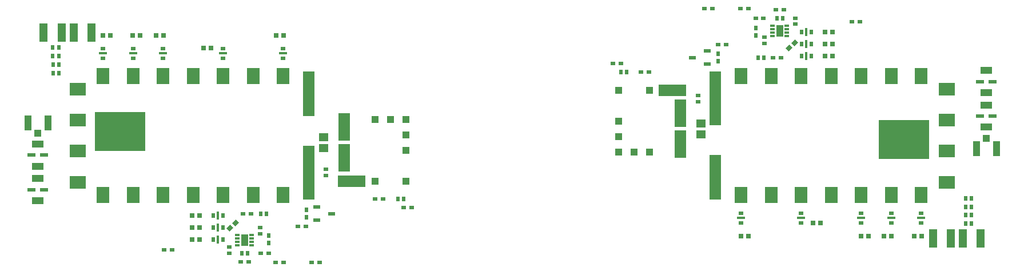
<source format=gbp>
G04*
G04 #@! TF.GenerationSoftware,Altium Limited,Altium Designer,22.3.1 (43)*
G04*
G04 Layer_Color=128*
%FSLAX25Y25*%
%MOIN*%
G70*
G04*
G04 #@! TF.SameCoordinates,9666C8D3-C488-416E-8FBA-698088E7738B*
G04*
G04*
G04 #@! TF.FilePolarity,Positive*
G04*
G01*
G75*
%ADD12R,0.03150X0.02756*%
%ADD13R,0.02953X0.02362*%
%ADD15R,0.02362X0.02520*%
%ADD17R,0.02520X0.02362*%
%ADD25R,0.02362X0.02953*%
%ADD29R,0.03976X0.03976*%
%ADD30R,0.06969X0.16024*%
%ADD31R,0.16024X0.06969*%
%ADD42R,0.05512X0.05118*%
%ADD43R,0.04961X0.10709*%
%ADD45R,0.03150X0.02165*%
%ADD46R,0.04724X0.01181*%
%ADD51R,0.03150X0.02756*%
G04:AMPARAMS|DCode=58|XSize=23.62mil|YSize=29.53mil|CornerRadius=0mil|HoleSize=0mil|Usage=FLASHONLY|Rotation=135.000|XOffset=0mil|YOffset=0mil|HoleType=Round|Shape=Rectangle|*
%AMROTATEDRECTD58*
4,1,4,0.01879,0.00209,-0.00209,-0.01879,-0.01879,-0.00209,0.00209,0.01879,0.01879,0.00209,0.0*
%
%ADD58ROTATEDRECTD58*%

%ADD59R,0.07087X0.31496*%
%ADD60R,0.07087X0.25984*%
%ADD61R,0.07402X0.09724*%
%ADD62R,0.09724X0.07402*%
%ADD64R,0.03937X0.04134*%
%ADD65R,0.04134X0.08661*%
%ADD66R,0.04902X0.02402*%
%ADD67R,0.07087X0.04095*%
%ADD68R,0.02165X0.03150*%
%ADD69R,0.01181X0.04724*%
%ADD70R,0.04134X0.02362*%
%ADD71R,0.03937X0.06693*%
%ADD72R,0.02756X0.01181*%
%ADD73R,0.05512X0.05118*%
%ADD137R,0.29456X0.22621*%
D12*
X722323Y220258D02*
D03*
X726654D02*
D03*
X625654D02*
D03*
X621323D02*
D03*
X667819Y227758D02*
D03*
X663488D02*
D03*
X704823Y220258D02*
D03*
X709154D02*
D03*
X695654D02*
D03*
X691323D02*
D03*
X674654Y339258D02*
D03*
X670323D02*
D03*
X674654Y325258D02*
D03*
X670323D02*
D03*
X674654Y332258D02*
D03*
X670323D02*
D03*
X253677Y337242D02*
D03*
X249346D02*
D03*
X271177D02*
D03*
X266846D02*
D03*
D13*
X644752Y324258D02*
D03*
X640225D02*
D03*
X612752Y331758D02*
D03*
X608224D02*
D03*
X641724Y352258D02*
D03*
X646252D02*
D03*
X604752Y352758D02*
D03*
X600224D02*
D03*
X621224D02*
D03*
X625752D02*
D03*
X629961Y347258D02*
D03*
X634488D02*
D03*
X563225Y315758D02*
D03*
X567752D02*
D03*
X546725Y320758D02*
D03*
X551252D02*
D03*
X690752Y345258D02*
D03*
X686225D02*
D03*
X331248Y233242D02*
D03*
X335775D02*
D03*
X363248Y225742D02*
D03*
X367776D02*
D03*
X334276Y205242D02*
D03*
X329748D02*
D03*
X371248Y204742D02*
D03*
X375776D02*
D03*
X354776D02*
D03*
X350248D02*
D03*
X346039Y210242D02*
D03*
X341512D02*
D03*
X412776Y241742D02*
D03*
X408248D02*
D03*
X429276Y236742D02*
D03*
X424748D02*
D03*
X285248Y212242D02*
D03*
X289775D02*
D03*
D15*
X631256Y324258D02*
D03*
X634721D02*
D03*
X752256Y242258D02*
D03*
X755721D02*
D03*
X752306Y227304D02*
D03*
X755771D02*
D03*
X752306Y232304D02*
D03*
X755771D02*
D03*
X752256Y237258D02*
D03*
X755721D02*
D03*
X554721Y315758D02*
D03*
X551256D02*
D03*
X645721Y347258D02*
D03*
X642256D02*
D03*
X344744Y233242D02*
D03*
X341279D02*
D03*
X223744Y315242D02*
D03*
X220279D02*
D03*
X223694Y330196D02*
D03*
X220229D02*
D03*
X223694Y325196D02*
D03*
X220229D02*
D03*
X223744Y320242D02*
D03*
X220279D02*
D03*
X421279Y241742D02*
D03*
X424744D02*
D03*
X330279Y210242D02*
D03*
X333744D02*
D03*
D17*
X596488Y298526D02*
D03*
Y301991D02*
D03*
X634988Y335991D02*
D03*
Y332526D02*
D03*
X652988Y343794D02*
D03*
Y347258D02*
D03*
X379512Y258974D02*
D03*
Y255509D02*
D03*
X341012Y221509D02*
D03*
Y224974D02*
D03*
X323012Y213706D02*
D03*
Y210242D02*
D03*
D25*
X607988Y321995D02*
D03*
Y326522D02*
D03*
X629988Y341522D02*
D03*
Y336995D02*
D03*
X368012Y235505D02*
D03*
Y230978D02*
D03*
X346012Y215978D02*
D03*
Y220505D02*
D03*
D29*
X558980Y269239D02*
D03*
X549965D02*
D03*
Y278254D02*
D03*
Y287270D02*
D03*
Y305262D02*
D03*
X567996D02*
D03*
Y269239D02*
D03*
X417020Y288261D02*
D03*
X426035D02*
D03*
Y279246D02*
D03*
Y270230D02*
D03*
Y252238D02*
D03*
X408004D02*
D03*
Y288261D02*
D03*
D30*
X585988Y291758D02*
D03*
Y273766D02*
D03*
X390012Y265742D02*
D03*
Y283734D02*
D03*
D31*
X581500Y305262D02*
D03*
X394500Y252238D02*
D03*
D42*
X597988Y279609D02*
D03*
Y285908D02*
D03*
D43*
X750645Y218748D02*
D03*
X761118D02*
D03*
X743724Y218758D02*
D03*
X733252D02*
D03*
X225355Y338752D02*
D03*
X214882D02*
D03*
X232276Y338742D02*
D03*
X242748D02*
D03*
D45*
X621488Y227904D02*
D03*
Y233613D02*
D03*
X656488Y227904D02*
D03*
Y233613D02*
D03*
X726488Y227904D02*
D03*
Y233613D02*
D03*
X708988Y227904D02*
D03*
Y233613D02*
D03*
X691488Y227904D02*
D03*
Y233613D02*
D03*
X354512Y329596D02*
D03*
Y323887D02*
D03*
X319512Y329596D02*
D03*
Y323887D02*
D03*
X249512Y329596D02*
D03*
Y323887D02*
D03*
X267012Y329596D02*
D03*
Y323887D02*
D03*
X284512Y329596D02*
D03*
Y323887D02*
D03*
D46*
X621488Y230758D02*
D03*
X656488D02*
D03*
X726488D02*
D03*
X708988D02*
D03*
X691488D02*
D03*
X354512Y326742D02*
D03*
X319512D02*
D03*
X249512D02*
D03*
X267012D02*
D03*
X284512D02*
D03*
D51*
X350346Y337242D02*
D03*
X354677D02*
D03*
X308181Y329742D02*
D03*
X312512D02*
D03*
X280346Y337242D02*
D03*
X284677D02*
D03*
X301346Y218242D02*
D03*
X305677D02*
D03*
X301346Y232242D02*
D03*
X305677D02*
D03*
X301346Y225242D02*
D03*
X305677D02*
D03*
D58*
X652589Y332859D02*
D03*
X649388Y329658D02*
D03*
X323411Y224641D02*
D03*
X326612Y227842D02*
D03*
D59*
X606567Y300412D02*
D03*
X369433Y257088D02*
D03*
D60*
X606567Y254349D02*
D03*
X369433Y303151D02*
D03*
D61*
X621429Y313502D02*
D03*
X638949D02*
D03*
X656469D02*
D03*
X673988D02*
D03*
X691508D02*
D03*
X709028D02*
D03*
X726547D02*
D03*
Y244014D02*
D03*
X709028D02*
D03*
X691508D02*
D03*
X673988D02*
D03*
X656469D02*
D03*
X638949D02*
D03*
X621429D02*
D03*
X354571Y243998D02*
D03*
X337051D02*
D03*
X319531D02*
D03*
X302012D02*
D03*
X284492D02*
D03*
X266972D02*
D03*
X249453D02*
D03*
Y313486D02*
D03*
X266972D02*
D03*
X284492D02*
D03*
X302012D02*
D03*
X319531D02*
D03*
X337051D02*
D03*
X354571D02*
D03*
D62*
X741409Y305924D02*
D03*
Y287813D02*
D03*
Y269703D02*
D03*
Y251593D02*
D03*
X234591Y251576D02*
D03*
Y269687D02*
D03*
Y287797D02*
D03*
Y305907D02*
D03*
D64*
X764488Y277258D02*
D03*
X211512Y280242D02*
D03*
D65*
X758681Y271254D02*
D03*
X770295D02*
D03*
X217319Y286246D02*
D03*
X205705D02*
D03*
D66*
X760835Y290156D02*
D03*
X768138D02*
D03*
X760835Y310258D02*
D03*
X768138D02*
D03*
X215165Y267344D02*
D03*
X207862D02*
D03*
X215165Y247242D02*
D03*
X207862D02*
D03*
D67*
X764488Y283758D02*
D03*
Y296554D02*
D03*
Y303861D02*
D03*
Y316656D02*
D03*
X211512Y273742D02*
D03*
Y260946D02*
D03*
Y253639D02*
D03*
Y240844D02*
D03*
D68*
X662343Y339258D02*
D03*
X656634D02*
D03*
X662343Y325258D02*
D03*
X656634D02*
D03*
X662343Y332258D02*
D03*
X656634D02*
D03*
X313657Y218242D02*
D03*
X319366D02*
D03*
X313657Y232242D02*
D03*
X319366D02*
D03*
X313657Y225242D02*
D03*
X319366D02*
D03*
D69*
X659488Y339258D02*
D03*
Y325258D02*
D03*
Y332258D02*
D03*
X316512Y218242D02*
D03*
Y232242D02*
D03*
Y225242D02*
D03*
D70*
X593158Y324258D02*
D03*
X601819Y320518D02*
D03*
Y327998D02*
D03*
X382842Y233242D02*
D03*
X374181Y236982D02*
D03*
Y229502D02*
D03*
D71*
X643988Y339758D02*
D03*
X332012Y217742D02*
D03*
D72*
X648122Y336806D02*
D03*
Y338774D02*
D03*
Y340743D02*
D03*
Y342711D02*
D03*
X639854D02*
D03*
Y340743D02*
D03*
Y338774D02*
D03*
Y336806D02*
D03*
X327878Y220694D02*
D03*
Y218726D02*
D03*
Y216757D02*
D03*
Y214789D02*
D03*
X336146D02*
D03*
Y216757D02*
D03*
Y218726D02*
D03*
Y220694D02*
D03*
D73*
X378012Y277891D02*
D03*
Y271592D02*
D03*
D137*
X716528Y276305D02*
D03*
X259472Y281195D02*
D03*
M02*

</source>
